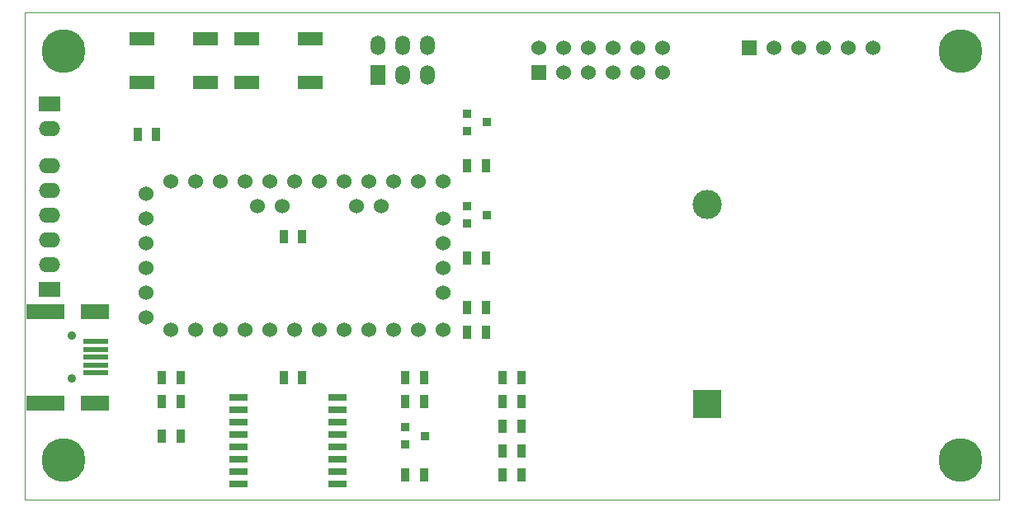
<source format=gts>
G04 (created by PCBNEW (2013-07-07 BZR 4022)-stable) date 31/12/2015 20:31:10*
%MOIN*%
G04 Gerber Fmt 3.4, Leading zero omitted, Abs format*
%FSLAX34Y34*%
G01*
G70*
G90*
G04 APERTURE LIST*
%ADD10C,0.00590551*%
%ADD11C,0.00393701*%
%ADD12R,0.036X0.036*%
%ADD13R,0.0866X0.06*%
%ADD14O,0.0866X0.06*%
%ADD15C,0.1772*%
%ADD16R,0.035X0.055*%
%ADD17R,0.06X0.06*%
%ADD18C,0.06*%
%ADD19C,0.1181*%
%ADD20R,0.118X0.118*%
%ADD21R,0.075X0.025*%
%ADD22R,0.06X0.0787*%
%ADD23O,0.06X0.0787*%
%ADD24R,0.0984X0.055*%
%ADD25R,0.102362X0.0197*%
%ADD26R,0.15748X0.0591*%
%ADD27R,0.11811X0.0591*%
%ADD28C,0.0354*%
G04 APERTURE END LIST*
G54D10*
G54D11*
X39370Y0D02*
X0Y0D01*
X39370Y19685D02*
X39370Y0D01*
X0Y19685D02*
X39370Y19685D01*
X0Y0D02*
X0Y19685D01*
G54D12*
X17850Y14900D03*
X17850Y15600D03*
X18650Y15250D03*
X17850Y11150D03*
X17850Y11850D03*
X18650Y11500D03*
X15348Y2209D03*
X15348Y2909D03*
X16148Y2559D03*
G54D13*
X1000Y8500D03*
G54D14*
X1000Y9500D03*
X1000Y10500D03*
X1000Y11500D03*
X1000Y12500D03*
X1000Y13500D03*
G54D13*
X1000Y16000D03*
G54D14*
X1000Y15000D03*
G54D15*
X1574Y1574D03*
X37795Y18110D03*
X37795Y1574D03*
X1574Y18110D03*
G54D16*
X6280Y3937D03*
X5530Y3937D03*
X6280Y4921D03*
X5530Y4921D03*
X11201Y4921D03*
X10451Y4921D03*
X15373Y4921D03*
X16123Y4921D03*
X19310Y4921D03*
X20060Y4921D03*
X19310Y3937D03*
X20060Y3937D03*
X19310Y2952D03*
X20060Y2952D03*
X19310Y1968D03*
X20060Y1968D03*
X19310Y984D03*
X20060Y984D03*
X17875Y7750D03*
X18625Y7750D03*
X17875Y6750D03*
X18625Y6750D03*
G54D17*
X20750Y17250D03*
G54D18*
X20750Y18250D03*
X21750Y17250D03*
X21750Y18250D03*
X22750Y17250D03*
X22750Y18250D03*
X23750Y17250D03*
X23750Y18250D03*
X24750Y17250D03*
X24750Y18250D03*
X25750Y17250D03*
X25750Y18250D03*
G54D16*
X6280Y2559D03*
X5530Y2559D03*
G54D19*
X27559Y11922D03*
G54D20*
X27559Y3852D03*
G54D21*
X8629Y4112D03*
X8629Y3612D03*
X8629Y3112D03*
X8629Y2612D03*
X8629Y2112D03*
X8629Y1612D03*
X8629Y1112D03*
X8629Y612D03*
X12629Y612D03*
X12629Y1112D03*
X12629Y1612D03*
X12629Y2112D03*
X12629Y2612D03*
X12629Y3112D03*
X12629Y3612D03*
X12629Y4112D03*
G54D16*
X10451Y10629D03*
X11201Y10629D03*
X15373Y984D03*
X16123Y984D03*
X4546Y14763D03*
X5296Y14763D03*
G54D22*
X14250Y17152D03*
G54D23*
X14250Y18348D03*
X15250Y17152D03*
X15250Y18348D03*
X16250Y17152D03*
X16250Y18348D03*
G54D16*
X17875Y13500D03*
X18625Y13500D03*
X17875Y9750D03*
X18625Y9750D03*
X16123Y3937D03*
X15373Y3937D03*
G54D24*
X8971Y16864D03*
X8971Y18636D03*
X11530Y16864D03*
X11530Y18636D03*
X4721Y16864D03*
X4721Y18636D03*
X7280Y16864D03*
X7280Y18636D03*
G54D18*
X6900Y6850D03*
X7900Y6850D03*
X8900Y6850D03*
X5900Y6850D03*
X9900Y6850D03*
X10900Y6850D03*
X11900Y6850D03*
X12900Y6850D03*
X13900Y6850D03*
X14900Y6850D03*
X15900Y6850D03*
X16900Y6850D03*
X16900Y8350D03*
X16900Y9350D03*
X16900Y10350D03*
X16900Y11350D03*
X16900Y12850D03*
X15900Y12850D03*
X14900Y12850D03*
X13900Y12850D03*
X12900Y12850D03*
X11900Y12850D03*
X10900Y12850D03*
X9900Y12850D03*
X8900Y12850D03*
X7900Y12850D03*
X6900Y12850D03*
X5900Y12850D03*
X4900Y7350D03*
X4900Y9350D03*
X4900Y10350D03*
X4900Y11350D03*
X4900Y12350D03*
X14400Y11850D03*
X13400Y11850D03*
X10400Y11850D03*
X9400Y11850D03*
X4900Y8350D03*
G54D17*
X29250Y18250D03*
G54D18*
X30250Y18250D03*
X31250Y18250D03*
X32250Y18250D03*
X33250Y18250D03*
X34250Y18250D03*
G54D25*
X2852Y5750D03*
X2852Y6064D03*
X2852Y5120D03*
G54D26*
X844Y7600D03*
G54D27*
X2812Y7600D03*
G54D26*
X844Y3899D03*
G54D27*
X2812Y3899D03*
G54D25*
X2852Y5435D03*
G54D28*
X1907Y6616D03*
X1907Y4884D03*
G54D25*
X2852Y6379D03*
M02*

</source>
